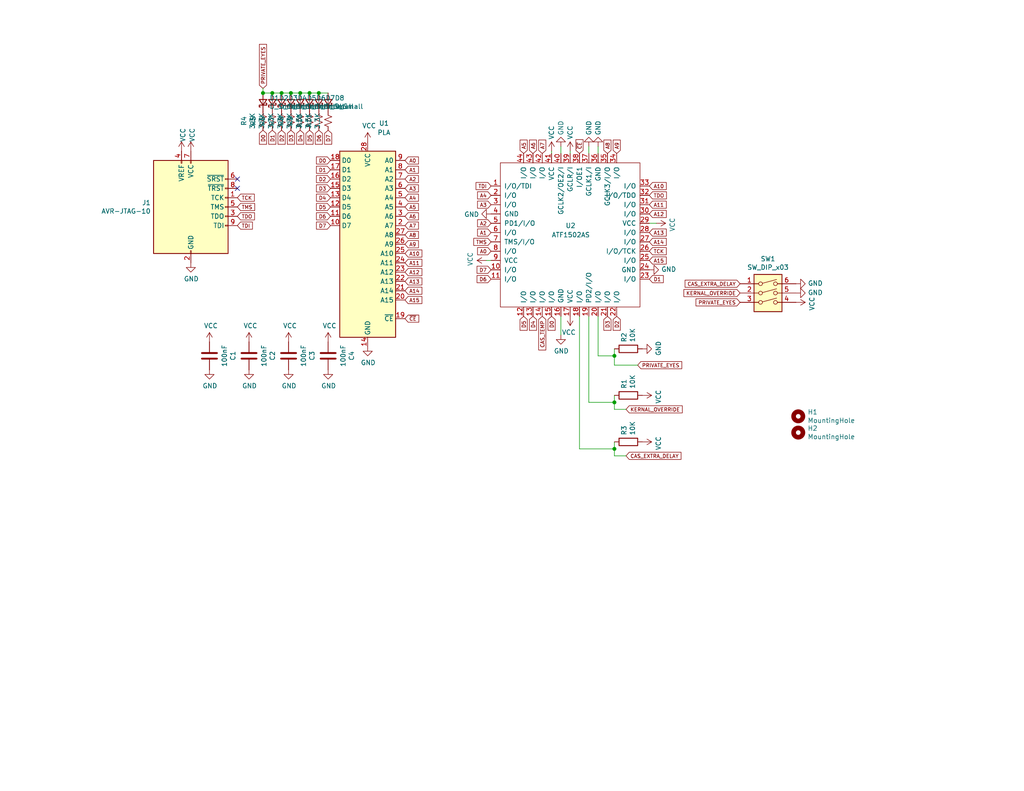
<source format=kicad_sch>
(kicad_sch (version 20230121) (generator eeschema)
  (paper "USLetter")
  (lib_symbols
    (symbol "Connector:AVR-JTAG-10" (pin_names (offset 1.016))
      (property "Reference" "J" (at -8.89 13.97 0))
      (property "Value" "AVR-JTAG-10" (at 1.27 13.97 0))
      (symbol "AVR-JTAG-10_0_1"
        (rectangle (start -2.667 12.7) (end -2.413 11.938))
        (rectangle (start -0.127 -11.938) (end 0.127 -12.7))
        (rectangle (start -0.127 12.7) (end 0.127 11.938))
        (rectangle (start 10.16 -4.953) (end 9.398 -5.207))
        (rectangle (start 10.16 -2.413) (end 9.398 -2.667))
        (rectangle (start 10.16 0.127) (end 9.398 -0.127))
        (rectangle (start 10.16 2.667) (end 9.398 2.413))
        (rectangle (start 10.16 5.207) (end 9.398 4.953))
        (rectangle (start 10.16 7.747) (end 9.398 7.493))
        (rectangle (start 10.16 12.7) (end -10.16 -12.7) (stroke (width 0.254)) (fill (type background)))
      )
      (symbol "AVR-JTAG-10_1_1"
        (pin passive line (at 12.7 2.54 180) (length 2.54) (name "TCK") (number "1"))
        (pin passive line (at 0 -15.24 90) (length 2.54) hide (name "GND") (number "10"))
        (pin passive line (at 0 -15.24 90) (length 2.54) (name "GND") (number "2"))
        (pin passive line (at 12.7 -2.54 180) (length 2.54) (name "TDO") (number "3"))
        (pin passive line (at -2.54 15.24 270) (length 2.54) (name "VREF") (number "4"))
        (pin passive line (at 12.7 0 180) (length 2.54) (name "TMS") (number "5"))
        (pin passive line (at 12.7 7.62 180) (length 2.54) (name "~{SRST}") (number "6"))
        (pin passive line (at 0 15.24 270) (length 2.54) (name "VCC") (number "7"))
        (pin passive line (at 12.7 5.08 180) (length 2.54) (name "~{TRST}") (number "8"))
        (pin passive line (at 12.7 -5.08 180) (length 2.54) (name "TDI") (number "9"))
      )
    )
    (symbol "Device:C" (pin_numbers hide) (pin_names (offset 0.254))
      (property "Reference" "C" (at 0.635 2.54 0))
      (property "Value" "C" (at 0.635 -2.54 0))
      (symbol "C_0_1"
        (polyline (pts (xy -2.032 -0.762) (xy 2.032 -0.762)) (stroke (width 0.508)))
        (polyline (pts (xy -2.032 0.762) (xy 2.032 0.762)) (stroke (width 0.508)))
      )
      (symbol "C_1_1"
        (pin passive line (at 0 3.81 270) (length 2.794) (name "~") (number "1"))
        (pin passive line (at 0 -3.81 90) (length 2.794) (name "~") (number "2"))
      )
    )
    (symbol "Device:D_Schottky_Small" (pin_numbers hide) (pin_names (offset 0.254) hide)
      (property "Reference" "D" (at -1.27 2.032 0))
      (property "Value" "D_Schottky_Small" (at -7.112 -2.032 0))
      (symbol "D_Schottky_Small_0_1"
        (polyline (pts (xy -0.762 0) (xy 0.762 0)))
        (polyline (pts (xy 0.762 -1.016) (xy -0.762 0) (xy 0.762 1.016) (xy 0.762 -1.016)) (stroke (width 0.254)))
        (polyline (pts (xy -1.27 0.762) (xy -1.27 1.016) (xy -0.762 1.016) (xy -0.762 -1.016) (xy -0.254 -1.016) (xy -0.254 -0.762)) (stroke (width 0.254)))
      )
      (symbol "D_Schottky_Small_1_1"
        (pin passive line (at -2.54 0 0) (length 1.778) (name "K") (number "1"))
        (pin passive line (at 2.54 0 180) (length 1.778) (name "A") (number "2"))
      )
    )
    (symbol "Device:R" (pin_numbers hide) (pin_names (offset 0))
      (property "Reference" "R" (at 2.032 0 90))
      (property "Value" "R" (at 0 0 90))
      (symbol "R_0_1"
        (rectangle (start -1.016 -2.54) (end 1.016 2.54) (stroke (width 0.254)))
      )
      (symbol "R_1_1"
        (pin passive line (at 0 3.81 270) (length 1.27) (name "~") (number "1"))
        (pin passive line (at 0 -3.81 90) (length 1.27) (name "~") (number "2"))
      )
    )
    (symbol "Device:R_Small_US" (pin_numbers hide) (pin_names (offset 0.254) hide)
      (property "Reference" "R" (at 0.762 0.508 0))
      (property "Value" "R_Small_US" (at 0.762 -1.016 0))
      (symbol "R_Small_US_1_1"
        (polyline (pts (xy 0 0) (xy 1.016 -0.381) (xy 0 -0.762) (xy -1.016 -1.143) (xy 0 -1.524)))
        (polyline (pts (xy 0 1.524) (xy 1.016 1.143) (xy 0 0.762) (xy -1.016 0.381) (xy 0 0)))
        (pin passive line (at 0 2.54 270) (length 1.016) (name "~") (number "1"))
        (pin passive line (at 0 -2.54 90) (length 1.016) (name "~") (number "2"))
      )
    )
    (symbol "Mechanical:MountingHole" (pin_names (offset 1.016))
      (property "Reference" "H" (at 0 5.08 0))
      (property "Value" "MountingHole" (at 0 3.175 0))
      (symbol "MountingHole_0_1"
        (circle (center 0 0) (radius 1.27) (stroke (width 1.27)))
      )
    )
    (symbol "Switch:SW_DIP_x03" (pin_names (offset 0) hide)
      (property "Reference" "SW" (at 0 8.89 0))
      (property "Value" "SW_DIP_x03" (at 0 -3.81 0))
      (symbol "SW_DIP_x03_0_0"
        (circle (center -2.032 0) (radius 0.508))
        (circle (center -2.032 2.54) (radius 0.508))
        (circle (center -2.032 5.08) (radius 0.508))
        (polyline (pts (xy -1.524 0.127) (xy 2.3622 1.1684)))
        (polyline (pts (xy -1.524 2.667) (xy 2.3622 3.7084)))
        (polyline (pts (xy -1.524 5.207) (xy 2.3622 6.2484)))
        (circle (center 2.032 0) (radius 0.508))
        (circle (center 2.032 2.54) (radius 0.508))
        (circle (center 2.032 5.08) (radius 0.508))
      )
      (symbol "SW_DIP_x03_0_1"
        (rectangle (start -3.81 7.62) (end 3.81 -2.54) (stroke (width 0.254)) (fill (type background)))
      )
      (symbol "SW_DIP_x03_1_1"
        (pin passive line (at -7.62 5.08 0) (length 5.08) (name "~") (number "1"))
        (pin passive line (at -7.62 2.54 0) (length 5.08) (name "~") (number "2"))
        (pin passive line (at -7.62 0 0) (length 5.08) (name "~") (number "3"))
        (pin passive line (at 7.62 0 180) (length 5.08) (name "~") (number "4"))
        (pin passive line (at 7.62 2.54 180) (length 5.08) (name "~") (number "5"))
        (pin passive line (at 7.62 5.08 180) (length 5.08) (name "~") (number "6"))
      )
    )
    (symbol "power:GND" (power) (pin_names (offset 0))
      (property "Value" "GND" (at 0 -3.81 0))
      (symbol "GND_0_1"
        (polyline (pts (xy 0 0) (xy 0 -1.27) (xy 1.27 -1.27) (xy 0 -2.54) (xy -1.27 -1.27) (xy 0 -1.27)))
      )
      (symbol "GND_1_1"
        (pin power_in line (at 0 0 270) (length 0) hide (name "GND") (number "1"))
      )
    )
    (symbol "power:VCC" (power) (pin_names (offset 0))
      (property "Value" "VCC" (at 0 3.81 0))
      (symbol "VCC_0_1"
        (polyline (pts (xy -0.762 1.27) (xy 0 2.54)))
        (polyline (pts (xy 0 0) (xy 0 2.54)))
        (polyline (pts (xy 0 2.54) (xy 0.762 1.27)))
      )
      (symbol "VCC_1_1"
        (pin power_in line (at 0 0 90) (length 0) hide (name "VCC") (number "1"))
      )
    )
    (symbol "symbols:ATF1502AS" (pin_names (offset 1.016))
      (property "Reference" "U" (at 19.05 17.78 0))
      (property "Value" "ATF1502AS" (at 19.05 15.24 0))
      (symbol "ATF1502AS_0_1"
        (rectangle (start 0 0) (end 38.1 -39.37))
      )
      (symbol "ATF1502AS_1_1"
        (pin bidirectional line (at -2.54 -6.35 0) (length 2.54) (name "I/O/TDI") (number "1"))
        (pin bidirectional line (at -2.54 -29.21 0) (length 2.54) (name "I/O") (number "10"))
        (pin bidirectional line (at -2.54 -31.75 0) (length 2.54) (name "I/O") (number "11"))
        (pin bidirectional line (at 6.35 -41.91 90) (length 2.54) (name "I/O") (number "12"))
        (pin bidirectional line (at 8.89 -41.91 90) (length 2.54) (name "I/O") (number "13"))
        (pin bidirectional line (at 11.43 -41.91 90) (length 2.54) (name "I/O") (number "14"))
        (pin bidirectional line (at 13.97 -41.91 90) (length 2.54) (name "I/O") (number "15"))
        (pin passive line (at 16.51 -41.91 90) (length 2.54) (name "GND") (number "16"))
        (pin passive line (at 19.05 -41.91 90) (length 2.54) (name "VCC") (number "17"))
        (pin bidirectional line (at 21.59 -41.91 90) (length 2.54) (name "I/O") (number "18"))
        (pin bidirectional line (at 24.13 -41.91 90) (length 2.54) (name "PD2/I/O") (number "19"))
        (pin bidirectional line (at -2.54 -8.89 0) (length 2.54) (name "I/O") (number "2"))
        (pin bidirectional line (at 26.67 -41.91 90) (length 2.54) (name "I/O") (number "20"))
        (pin bidirectional line (at 29.21 -41.91 90) (length 2.54) (name "I/O") (number "21"))
        (pin bidirectional line (at 31.75 -41.91 90) (length 2.54) (name "I/O") (number "22"))
        (pin bidirectional line (at 40.64 -31.75 180) (length 2.54) (name "I/O") (number "23"))
        (pin passive line (at 40.64 -29.21 180) (length 2.54) (name "GND") (number "24"))
        (pin bidirectional line (at 40.64 -26.67 180) (length 2.54) (name "I/O") (number "25"))
        (pin bidirectional line (at 40.64 -24.13 180) (length 2.54) (name "I/O/TCK") (number "26"))
        (pin bidirectional line (at 40.64 -21.59 180) (length 2.54) (name "I/O") (number "27"))
        (pin bidirectional line (at 40.64 -19.05 180) (length 2.54) (name "I/O") (number "28"))
        (pin passive line (at 40.64 -16.51 180) (length 2.54) (name "VCC") (number "29"))
        (pin bidirectional line (at -2.54 -11.43 0) (length 2.54) (name "I/O") (number "3"))
        (pin bidirectional line (at 40.64 -13.97 180) (length 2.54) (name "I/O") (number "30"))
        (pin bidirectional line (at 40.64 -11.43 180) (length 2.54) (name "I/O") (number "31"))
        (pin bidirectional line (at 40.64 -8.89 180) (length 2.54) (name "I/O/TDO") (number "32"))
        (pin bidirectional line (at 40.64 -6.35 180) (length 2.54) (name "I/O") (number "33"))
        (pin bidirectional line (at 31.75 2.54 270) (length 2.54) (name "I/O") (number "34"))
        (pin bidirectional line (at 29.21 2.54 270) (length 2.54) (name "GCLK3/I/O") (number "35"))
        (pin passive line (at 26.67 2.54 270) (length 2.54) (name "GND") (number "36"))
        (pin input line (at 24.13 2.54 270) (length 2.54) (name "GCLK1/I") (number "37"))
        (pin input line (at 21.59 2.54 270) (length 2.54) (name "I/OE1") (number "38"))
        (pin input line (at 19.05 2.54 270) (length 2.54) (name "GCLR/I") (number "39"))
        (pin passive line (at -2.54 -13.97 0) (length 2.54) (name "GND") (number "4"))
        (pin input line (at 16.51 2.54 270) (length 2.54) (name "GCLK2/OE2/I") (number "40"))
        (pin passive line (at 13.97 2.54 270) (length 2.54) (name "VCC") (number "41"))
        (pin bidirectional line (at 11.43 2.54 270) (length 2.54) (name "I/O") (number "42"))
        (pin bidirectional line (at 8.89 2.54 270) (length 2.54) (name "I/O") (number "43"))
        (pin bidirectional line (at 6.35 2.54 270) (length 2.54) (name "I/O") (number "44"))
        (pin bidirectional line (at -2.54 -16.51 0) (length 2.54) (name "PD1/I/O") (number "5"))
        (pin bidirectional line (at -2.54 -19.05 0) (length 2.54) (name "I/O") (number "6"))
        (pin bidirectional line (at -2.54 -21.59 0) (length 2.54) (name "TMS/I/O") (number "7"))
        (pin bidirectional line (at -2.54 -24.13 0) (length 2.54) (name "I/O") (number "8"))
        (pin passive line (at -2.54 -26.67 0) (length 2.54) (name "VCC") (number "9"))
      )
    )
    (symbol "symbols:PLA"
      (property "Reference" "U" (at -7.62 26.67 0))
      (property "Value" "PLA" (at 2.54 -26.67 0))
      (symbol "PLA_1_1"
        (rectangle (start -7.62 25.4) (end 7.62 -25.4) (stroke (width 0.254)) (fill (type background)))
        (pin tri_state line (at 10.16 5.08 180) (length 2.54) (name "D7") (number "10"))
        (pin tri_state line (at 10.16 7.62 180) (length 2.54) (name "D6") (number "11"))
        (pin tri_state line (at 10.16 10.16 180) (length 2.54) (name "D5") (number "12"))
        (pin tri_state line (at 10.16 12.7 180) (length 2.54) (name "D4") (number "13"))
        (pin power_in line (at 0 -27.94 90) (length 2.54) (name "GND") (number "14"))
        (pin tri_state line (at 10.16 15.24 180) (length 2.54) (name "D3") (number "15"))
        (pin tri_state line (at 10.16 17.78 180) (length 2.54) (name "D2") (number "16"))
        (pin tri_state line (at 10.16 20.32 180) (length 2.54) (name "D1") (number "17"))
        (pin tri_state line (at 10.16 22.86 180) (length 2.54) (name "D0") (number "18"))
        (pin input line (at -10.16 -20.32 0) (length 2.54) (name "~{CE}") (number "19"))
        (pin input line (at -10.16 5.08 0) (length 2.54) (name "A7") (number "2"))
        (pin input line (at -10.16 -15.24 0) (length 2.54) (name "A15") (number "20"))
        (pin input line (at -10.16 -12.7 0) (length 2.54) (name "A14") (number "21"))
        (pin input line (at -10.16 -10.16 0) (length 2.54) (name "A13") (number "22"))
        (pin input line (at -10.16 -7.62 0) (length 2.54) (name "A12") (number "23"))
        (pin input line (at -10.16 -5.08 0) (length 2.54) (name "A11") (number "24"))
        (pin input line (at -10.16 -2.54 0) (length 2.54) (name "A10") (number "25"))
        (pin input line (at -10.16 0 0) (length 2.54) (name "A9") (number "26"))
        (pin input line (at -10.16 2.54 0) (length 2.54) (name "A8") (number "27"))
        (pin power_in line (at 0 27.94 270) (length 2.54) (name "VCC") (number "28"))
        (pin input line (at -10.16 7.62 0) (length 2.54) (name "A6") (number "3"))
        (pin input line (at -10.16 10.16 0) (length 2.54) (name "A5") (number "4"))
        (pin input line (at -10.16 12.7 0) (length 2.54) (name "A4") (number "5"))
        (pin input line (at -10.16 15.24 0) (length 2.54) (name "A3") (number "6"))
        (pin input line (at -10.16 17.78 0) (length 2.54) (name "A2") (number "7"))
        (pin input line (at -10.16 20.32 0) (length 2.54) (name "A1") (number "8"))
        (pin input line (at -10.16 22.86 0) (length 2.54) (name "A0") (number "9"))
      )
    )
  )
  (junction (at 167.64 109.855))
  (junction (at 81.915 25.4))
  (junction (at 76.835 25.4))
  (junction (at 74.295 25.4))
  (junction (at 79.375 25.4))
  (junction (at 167.64 122.555))
  (junction (at 84.455 25.4))
  (junction (at 71.755 25.4))
  (junction (at 167.64 97.155))
  (junction (at 86.995 25.4))
  (no_connect (at 64.77 48.895))
  (no_connect (at 64.77 51.435))
  (wire (pts (xy 163.195 40.005) (xy 163.195 41.91)))
  (wire (pts (xy 167.64 111.76) (xy 170.815 111.76)))
  (wire (pts (xy 163.195 86.36) (xy 163.195 97.155)))
  (wire (pts (xy 167.64 109.855) (xy 167.64 107.95)))
  (wire (pts (xy 84.455 25.4) (xy 81.915 25.4)))
  (wire (pts (xy 177.165 60.96) (xy 179.07 60.96)))
  (wire (pts (xy 74.295 25.4) (xy 71.755 25.4)))
  (wire (pts (xy 153.035 86.36) (xy 153.035 91.44)))
  (wire (pts (xy 158.115 86.36) (xy 158.115 122.555)))
  (wire (pts (xy 160.655 40.005) (xy 160.655 41.91)))
  (wire (pts (xy 89.535 25.4) (xy 86.995 25.4)))
  (wire (pts (xy 167.64 97.155) (xy 163.195 97.155)))
  (wire (pts (xy 153.035 40.005) (xy 153.035 41.91)))
  (wire (pts (xy 167.64 99.695) (xy 173.99 99.695)))
  (wire (pts (xy 81.915 25.4) (xy 79.375 25.4)))
  (wire (pts (xy 71.755 24.13) (xy 71.755 25.4)))
  (wire (pts (xy 167.64 124.46) (xy 170.815 124.46)))
  (wire (pts (xy 150.495 41.275) (xy 150.495 41.91)))
  (wire (pts (xy 160.655 86.36) (xy 160.655 109.855)))
  (wire (pts (xy 167.64 124.46) (xy 167.64 122.555)))
  (wire (pts (xy 86.995 25.4) (xy 84.455 25.4)))
  (wire (pts (xy 167.64 95.25) (xy 167.64 97.155)))
  (wire (pts (xy 167.64 122.555) (xy 167.64 120.65)))
  (wire (pts (xy 158.115 122.555) (xy 167.64 122.555)))
  (wire (pts (xy 132.715 71.12) (xy 133.985 71.12)))
  (wire (pts (xy 76.835 25.4) (xy 74.295 25.4)))
  (wire (pts (xy 79.375 25.4) (xy 76.835 25.4)))
  (wire (pts (xy 155.575 41.275) (xy 155.575 41.91)))
  (wire (pts (xy 167.64 111.76) (xy 167.64 109.855)))
  (wire (pts (xy 167.64 109.855) (xy 160.655 109.855)))
  (wire (pts (xy 167.64 97.155) (xy 167.64 99.695)))
  (global_label "A12" (shape input) (at 110.49 74.295 0) (effects (font (size 0.9906 0.9906))) (property "Intersheetrefs" "${INTERSHEET_REFS}" (effects hide)))
  (global_label "D5" (shape input) (at 84.455 35.56 270) (effects (font (size 0.9906 0.9906))) (property "Intersheetrefs" "${INTERSHEET_REFS}" (effects hide)))
  (global_label "D4" (shape input) (at 145.415 86.36 270) (effects (font (size 0.9906 0.9906))) (property "Intersheetrefs" "${INTERSHEET_REFS}" (effects hide)))
  (global_label "A11" (shape input) (at 110.49 71.755 0) (effects (font (size 0.9906 0.9906))) (property "Intersheetrefs" "${INTERSHEET_REFS}" (effects hide)))
  (global_label "D7" (shape input) (at 89.535 35.56 270) (effects (font (size 0.9906 0.9906))) (property "Intersheetrefs" "${INTERSHEET_REFS}" (effects hide)))
  (global_label "A0" (shape input) (at 110.49 43.815 0) (effects (font (size 0.9906 0.9906))) (property "Intersheetrefs" "${INTERSHEET_REFS}" (effects hide)))
  (global_label "A9" (shape input) (at 168.275 41.91 90) (effects (font (size 0.9906 0.9906))) (property "Intersheetrefs" "${INTERSHEET_REFS}" (effects hide)))
  (global_label "TMS" (shape input) (at 133.985 66.04 180) (effects (font (size 0.9906 0.9906))) (property "Intersheetrefs" "${INTERSHEET_REFS}" (effects hide)))
  (global_label "A11" (shape input) (at 177.165 55.88 0) (effects (font (size 0.9906 0.9906))) (property "Intersheetrefs" "${INTERSHEET_REFS}" (effects hide)))
  (global_label "A2" (shape input) (at 110.49 48.895 0) (effects (font (size 0.9906 0.9906))) (property "Intersheetrefs" "${INTERSHEET_REFS}" (effects hide)))
  (global_label "D7" (shape input) (at 133.985 73.66 180) (effects (font (size 0.9906 0.9906))) (property "Intersheetrefs" "${INTERSHEET_REFS}" (effects hide)))
  (global_label "A9" (shape input) (at 110.49 66.675 0) (effects (font (size 0.9906 0.9906))) (property "Intersheetrefs" "${INTERSHEET_REFS}" (effects hide)))
  (global_label "D6" (shape input) (at 133.985 76.2 180) (effects (font (size 0.9906 0.9906))) (property "Intersheetrefs" "${INTERSHEET_REFS}" (effects hide)))
  (global_label "A4" (shape input) (at 133.985 53.34 180) (effects (font (size 0.9906 0.9906))) (property "Intersheetrefs" "${INTERSHEET_REFS}" (effects hide)))
  (global_label "D5" (shape input) (at 90.17 56.515 180) (effects (font (size 0.9906 0.9906))) (property "Intersheetrefs" "${INTERSHEET_REFS}" (effects hide)))
  (global_label "A10" (shape input) (at 177.165 50.8 0) (effects (font (size 0.9906 0.9906))) (property "Intersheetrefs" "${INTERSHEET_REFS}" (effects hide)))
  (global_label "A6" (shape input) (at 110.49 59.055 0) (effects (font (size 0.9906 0.9906))) (property "Intersheetrefs" "${INTERSHEET_REFS}" (effects hide)))
  (global_label "D3" (shape input) (at 165.735 86.36 270) (effects (font (size 0.9906 0.9906))) (property "Intersheetrefs" "${INTERSHEET_REFS}" (effects hide)))
  (global_label "A13" (shape input) (at 177.165 63.5 0) (effects (font (size 0.9906 0.9906))) (property "Intersheetrefs" "${INTERSHEET_REFS}" (effects hide)))
  (global_label "A3" (shape input) (at 110.49 51.435 0) (effects (font (size 0.9906 0.9906))) (property "Intersheetrefs" "${INTERSHEET_REFS}" (effects hide)))
  (global_label "A6" (shape input) (at 145.415 41.91 90) (effects (font (size 0.9906 0.9906))) (property "Intersheetrefs" "${INTERSHEET_REFS}" (effects hide)))
  (global_label "D2" (shape input) (at 90.17 48.895 180) (effects (font (size 0.9906 0.9906))) (property "Intersheetrefs" "${INTERSHEET_REFS}" (effects hide)))
  (global_label "CAS_TEMP" (shape input) (at 147.955 86.36 270) (effects (font (size 0.9906 0.9906))) (property "Intersheetrefs" "${INTERSHEET_REFS}" (effects hide)))
  (global_label "D3" (shape input) (at 90.17 51.435 180) (effects (font (size 0.9906 0.9906))) (property "Intersheetrefs" "${INTERSHEET_REFS}" (effects hide)))
  (global_label "D2" (shape input) (at 168.275 86.36 270) (effects (font (size 0.9906 0.9906))) (property "Intersheetrefs" "${INTERSHEET_REFS}" (effects hide)))
  (global_label "D6" (shape input) (at 86.995 35.56 270) (effects (font (size 0.9906 0.9906))) (property "Intersheetrefs" "${INTERSHEET_REFS}" (effects hide)))
  (global_label "A7" (shape input) (at 147.955 41.91 90) (effects (font (size 0.9906 0.9906))) (property "Intersheetrefs" "${INTERSHEET_REFS}" (effects hide)))
  (global_label "A2" (shape input) (at 133.985 60.96 180) (effects (font (size 0.9906 0.9906))) (property "Intersheetrefs" "${INTERSHEET_REFS}" (effects hide)))
  (global_label "A5" (shape input) (at 110.49 56.515 0) (effects (font (size 0.9906 0.9906))) (property "Intersheetrefs" "${INTERSHEET_REFS}" (effects hide)))
  (global_label "A15" (shape input) (at 177.165 71.12 0) (effects (font (size 0.9906 0.9906))) (property "Intersheetrefs" "${INTERSHEET_REFS}" (effects hide)))
  (global_label "CAS_EXTRA_DELAY" (shape input) (at 170.815 124.46 0) (effects (font (size 0.9906 0.9906))) (property "Intersheetrefs" "${INTERSHEET_REFS}" (effects hide)))
  (global_label "D7" (shape input) (at 90.17 61.595 180) (effects (font (size 0.9906 0.9906))) (property "Intersheetrefs" "${INTERSHEET_REFS}" (effects hide)))
  (global_label "D5" (shape input) (at 142.875 86.36 270) (effects (font (size 0.9906 0.9906))) (property "Intersheetrefs" "${INTERSHEET_REFS}" (effects hide)))
  (global_label "D1" (shape input) (at 177.165 76.2 0) (effects (font (size 0.9906 0.9906))) (property "Intersheetrefs" "${INTERSHEET_REFS}" (effects hide)))
  (global_label "A14" (shape input) (at 110.49 79.375 0) (effects (font (size 0.9906 0.9906))) (property "Intersheetrefs" "${INTERSHEET_REFS}" (effects hide)))
  (global_label "TMS" (shape input) (at 64.77 56.515 0) (effects (font (size 0.9906 0.9906))) (property "Intersheetrefs" "${INTERSHEET_REFS}" (effects hide)))
  (global_label "TDO" (shape input) (at 64.77 59.055 0) (effects (font (size 0.9906 0.9906))) (property "Intersheetrefs" "${INTERSHEET_REFS}" (effects hide)))
  (global_label "A7" (shape input) (at 110.49 61.595 0) (effects (font (size 0.9906 0.9906))) (property "Intersheetrefs" "${INTERSHEET_REFS}" (effects hide)))
  (global_label "D0" (shape input) (at 71.755 35.56 270) (effects (font (size 0.9906 0.9906))) (property "Intersheetrefs" "${INTERSHEET_REFS}" (effects hide)))
  (global_label "A8" (shape input) (at 110.49 64.135 0) (effects (font (size 0.9906 0.9906))) (property "Intersheetrefs" "${INTERSHEET_REFS}" (effects hide)))
  (global_label "D1" (shape input) (at 90.17 46.355 180) (effects (font (size 0.9906 0.9906))) (property "Intersheetrefs" "${INTERSHEET_REFS}" (effects hide)))
  (global_label "D4" (shape input) (at 90.17 53.975 180) (effects (font (size 0.9906 0.9906))) (property "Intersheetrefs" "${INTERSHEET_REFS}" (effects hide)))
  (global_label "PRIVATE_EYES" (shape input) (at 173.99 99.695 0) (effects (font (size 0.9906 0.9906))) (property "Intersheetrefs" "${INTERSHEET_REFS}" (effects hide)))
  (global_label "A15" (shape input) (at 110.49 81.915 0) (effects (font (size 0.9906 0.9906))) (property "Intersheetrefs" "${INTERSHEET_REFS}" (effects hide)))
  (global_label "TDI" (shape input) (at 133.985 50.8 180) (effects (font (size 0.9906 0.9906))) (property "Intersheetrefs" "${INTERSHEET_REFS}" (effects hide)))
  (global_label "D0" (shape input) (at 150.495 86.36 270) (effects (font (size 0.9906 0.9906))) (property "Intersheetrefs" "${INTERSHEET_REFS}" (effects hide)))
  (global_label "TCK" (shape input) (at 64.77 53.975 0) (effects (font (size 0.9906 0.9906))) (property "Intersheetrefs" "${INTERSHEET_REFS}" (effects hide)))
  (global_label "D3" (shape input) (at 79.375 35.56 270) (effects (font (size 0.9906 0.9906))) (property "Intersheetrefs" "${INTERSHEET_REFS}" (effects hide)))
  (global_label "~{CE}" (shape input) (at 110.49 86.995 0) (effects (font (size 0.9906 0.9906))) (property "Intersheetrefs" "${INTERSHEET_REFS}" (effects hide)))
  (global_label "A1" (shape input) (at 133.985 63.5 180) (effects (font (size 0.9906 0.9906))) (property "Intersheetrefs" "${INTERSHEET_REFS}" (effects hide)))
  (global_label "A14" (shape input) (at 177.165 66.04 0) (effects (font (size 0.9906 0.9906))) (property "Intersheetrefs" "${INTERSHEET_REFS}" (effects hide)))
  (global_label "A13" (shape input) (at 110.49 76.835 0) (effects (font (size 0.9906 0.9906))) (property "Intersheetrefs" "${INTERSHEET_REFS}" (effects hide)))
  (global_label "A0" (shape input) (at 133.985 68.58 180) (effects (font (size 0.9906 0.9906))) (property "Intersheetrefs" "${INTERSHEET_REFS}" (effects hide)))
  (global_label "PRIVATE_EYES" (shape input) (at 71.755 24.13 90) (effects (font (size 0.9906 0.9906))) (property "Intersheetrefs" "${INTERSHEET_REFS}" (effects hide)))
  (global_label "PRIVATE_EYES" (shape input) (at 201.93 82.55 180) (effects (font (size 0.9906 0.9906))) (property "Intersheetrefs" "${INTERSHEET_REFS}" (effects hide)))
  (global_label "TDI" (shape input) (at 64.77 61.595 0) (effects (font (size 0.9906 0.9906))) (property "Intersheetrefs" "${INTERSHEET_REFS}" (effects hide)))
  (global_label "KERNAL_OVERRIDE" (shape input) (at 170.815 111.76 0) (effects (font (size 0.9906 0.9906))) (property "Intersheetrefs" "${INTERSHEET_REFS}" (effects hide)))
  (global_label "KERNAL_OVERRIDE" (shape input) (at 201.93 80.01 180) (effects (font (size 0.9906 0.9906))) (property "Intersheetrefs" "${INTERSHEET_REFS}" (effects hide)))
  (global_label "D2" (shape input) (at 76.835 35.56 270) (effects (font (size 0.9906 0.9906))) (property "Intersheetrefs" "${INTERSHEET_REFS}" (effects hide)))
  (global_label "A4" (shape input) (at 110.49 53.975 0) (effects (font (size 0.9906 0.9906))) (property "Intersheetrefs" "${INTERSHEET_REFS}" (effects hide)))
  (global_label "A10" (shape input) (at 110.49 69.215 0) (effects (font (size 0.9906 0.9906))) (property "Intersheetrefs" "${INTERSHEET_REFS}" (effects hide)))
  (global_label "D0" (shape input) (at 90.17 43.815 180) (effects (font (size 0.9906 0.9906))) (property "Intersheetrefs" "${INTERSHEET_REFS}" (effects hide)))
  (global_label "D6" (shape input) (at 90.17 59.055 180) (effects (font (size 0.9906 0.9906))) (property "Intersheetrefs" "${INTERSHEET_REFS}" (effects hide)))
  (global_label "A12" (shape input) (at 177.165 58.42 0) (effects (font (size 0.9906 0.9906))) (property "Intersheetrefs" "${INTERSHEET_REFS}" (effects hide)))
  (global_label "A3" (shape input) (at 133.985 55.88 180) (effects (font (size 0.9906 0.9906))) (property "Intersheetrefs" "${INTERSHEET_REFS}" (effects hide)))
  (global_label "~{CE}" (shape input) (at 158.115 41.91 90) (effects (font (size 0.9906 0.9906))) (property "Intersheetrefs" "${INTERSHEET_REFS}" (effects hide)))
  (global_label "TCK" (shape input) (at 177.165 68.58 0) (effects (font (size 0.9906 0.9906))) (property "Intersheetrefs" "${INTERSHEET_REFS}" (effects hide)))
  (global_label "CAS_EXTRA_DELAY" (shape input) (at 201.93 77.47 180) (effects (font (size 0.9906 0.9906))) (property "Intersheetrefs" "${INTERSHEET_REFS}" (effects hide)))
  (global_label "A8" (shape input) (at 165.735 41.91 90) (effects (font (size 0.9906 0.9906))) (property "Intersheetrefs" "${INTERSHEET_REFS}" (effects hide)))
  (global_label "A1" (shape input) (at 110.49 46.355 0) (effects (font (size 0.9906 0.9906))) (property "Intersheetrefs" "${INTERSHEET_REFS}" (effects hide)))
  (global_label "TDO" (shape input) (at 177.165 53.34 0) (effects (font (size 0.9906 0.9906))) (property "Intersheetrefs" "${INTERSHEET_REFS}" (effects hide)))
  (global_label "D1" (shape input) (at 74.295 35.56 270) (effects (font (size 0.9906 0.9906))) (property "Intersheetrefs" "${INTERSHEET_REFS}" (effects hide)))
  (global_label "D4" (shape input) (at 81.915 35.56 270) (effects (font (size 0.9906 0.9906))) (property "Intersheetrefs" "${INTERSHEET_REFS}" (effects hide)))
  (global_label "A5" (shape input) (at 142.875 41.91 90) (effects (font (size 0.9906 0.9906))) (property "Intersheetrefs" "${INTERSHEET_REFS}" (effects hide)))
  (symbol (lib_id "symbols:PLA") (at 100.33 66.675 0) (mirror y) (unit 1)
    (property "Reference" "U1" (at 104.775 33.655 0))
    (property "Value" "PLA" (at 104.775 36.195 0))
    (property "Footprint" "Package_DIP:DIP-28_W15.24mm" (effects hide))
    (property "Datasheet" "http://ww1.microchip.com/downloads/en/DeviceDoc/doc0015.pdf" (effects hide))
  )
  (symbol (lib_id "symbols:ATF1502AS") (at 136.525 44.45 0) (unit 1)
    (property "Reference" "U2" (at 154.305 61.595 0) (effects (justify left)))
    (property "Value" "ATF1502AS" (at 150.495 64.135 0) (effects (justify left)))
    (property "Footprint" "Package_QFP:TQFP-44_10x10mm_P0.8mm" (effects hide))
  )
  (symbol (lib_id "Connector:AVR-JTAG-10") (at 52.07 56.515 0) (unit 1)
    (property "Reference" "J1" (at 41.148 55.3466 0) (effects (justify right)))
    (property "Value" "AVR-JTAG-10" (at 41.148 57.658 0) (effects (justify right)))
    (property "Footprint" "Connector_PinHeader_2.54mm:PinHeader_2x05_P2.54mm_Vertical" (effects hide))
    (property "Datasheet" " ~" (effects hide))
  )
  (symbol (lib_id "Device:C") (at 57.15 97.155 180) (unit 1)
    (property "Reference" "C1" (at 63.5508 97.155 90))
    (property "Value" "100nF" (at 61.2394 97.155 90))
    (property "Footprint" "Capacitor_SMD:C_0402_1005Metric" (effects hide))
    (property "LCSC" "C1525" (effects hide))
  )
  (symbol (lib_id "Device:C") (at 67.945 97.155 180) (unit 1)
    (property "Reference" "C2" (at 74.3458 97.155 90))
    (property "Value" "100nF" (at 72.0344 97.155 90))
    (property "Footprint" "Capacitor_SMD:C_0402_1005Metric" (effects hide))
    (property "LCSC" "C1525" (effects hide))
  )
  (symbol (lib_id "Device:C") (at 78.74 97.155 180) (unit 1)
    (property "Reference" "C3" (at 85.1408 97.155 90))
    (property "Value" "100nF" (at 82.8294 97.155 90))
    (property "Footprint" "Capacitor_SMD:C_0402_1005Metric" (effects hide))
    (property "LCSC" "C1525" (effects hide))
  )
  (symbol (lib_id "Device:C") (at 89.535 97.155 180) (unit 1)
    (property "Reference" "C4" (at 95.9358 97.155 90))
    (property "Value" "100nF" (at 93.6244 97.155 90))
    (property "Footprint" "Capacitor_SMD:C_0402_1005Metric" (effects hide))
    (property "LCSC" "C1525" (effects hide))
  )
  (symbol (lib_id "Device:R") (at 171.45 107.95 90) (unit 1)
    (property "Reference" "R1" (at 170.2816 106.172 0) (effects (justify left)))
    (property "Value" "10K" (at 172.593 106.172 0) (effects (justify left)))
    (property "Footprint" "Resistor_SMD:R_0402_1005Metric" (effects hide))
    (property "LCSC" "C25744" (effects hide))
  )
  (symbol (lib_id "Switch:SW_DIP_x03") (at 209.55 82.55 0) (unit 1)
    (property "Reference" "SW1" (at 209.55 70.6882 0))
    (property "Value" "SW_DIP_x03" (at 209.55 72.9996 0))
    (property "Footprint" "Button_Switch_THT:SW_DIP_SPSTx03_Slide_6.7x9.18mm_W7.62mm_P2.54mm_LowProfile" (effects hide))
  )
  (symbol (lib_id "power:VCC") (at 100.33 38.735 0) (unit 1)
    (property "Reference" "#PWR0101" (effects hide))
    (property "Value" "VCC" (at 100.711 34.3408 0))
  )
  (symbol (lib_id "power:VCC") (at 49.53 41.275 0) (unit 1)
    (property "Reference" "#PWR0102" (effects hide))
    (property "Value" "VCC" (at 49.911 36.8808 90))
  )
  (symbol (lib_id "power:VCC") (at 57.15 93.345 0) (unit 1)
    (property "Reference" "#PWR0103" (effects hide))
    (property "Value" "VCC" (at 57.531 88.9508 0))
  )
  (symbol (lib_id "power:VCC") (at 67.945 93.345 0) (unit 1)
    (property "Reference" "#PWR0104" (effects hide))
    (property "Value" "VCC" (at 68.326 88.9508 0))
  )
  (symbol (lib_id "power:VCC") (at 89.535 93.345 0) (unit 1)
    (property "Reference" "#PWR0105" (effects hide))
    (property "Value" "VCC" (at 89.916 88.9508 0))
  )
  (symbol (lib_id "power:VCC") (at 78.74 93.345 0) (unit 1)
    (property "Reference" "#PWR0106" (effects hide))
    (property "Value" "VCC" (at 79.121 88.9508 0))
  )
  (symbol (lib_id "power:VCC") (at 132.715 71.12 90) (unit 1)
    (property "Reference" "#PWR0107" (effects hide))
    (property "Value" "VCC" (at 128.3208 70.739 0))
  )
  (symbol (lib_id "power:VCC") (at 155.575 86.36 180) (unit 1)
    (property "Reference" "#PWR0108" (effects hide))
    (property "Value" "VCC" (at 155.194 90.7542 0))
  )
  (symbol (lib_id "power:VCC") (at 179.07 60.96 270) (unit 1)
    (property "Reference" "#PWR0109" (effects hide))
    (property "Value" "VCC" (at 183.4642 61.341 0))
  )
  (symbol (lib_id "power:VCC") (at 150.495 41.275 0) (unit 1)
    (property "Reference" "#PWR0110" (effects hide))
    (property "Value" "VCC" (at 150.495 36.195 90))
  )
  (symbol (lib_id "power:VCC") (at 155.575 41.275 0) (unit 1)
    (property "Reference" "#PWR0111" (effects hide))
    (property "Value" "VCC" (at 155.575 36.195 90))
  )
  (symbol (lib_id "power:GND") (at 52.07 71.755 0) (unit 1)
    (property "Reference" "#PWR0112" (effects hide))
    (property "Value" "GND" (at 52.197 76.1492 0))
  )
  (symbol (lib_id "power:GND") (at 57.15 100.965 0) (unit 1)
    (property "Reference" "#PWR0113" (effects hide))
    (property "Value" "GND" (at 57.277 105.3592 0))
  )
  (symbol (lib_id "power:GND") (at 67.945 100.965 0) (unit 1)
    (property "Reference" "#PWR0114" (effects hide))
    (property "Value" "GND" (at 68.072 105.3592 0))
  )
  (symbol (lib_id "power:GND") (at 78.74 100.965 0) (unit 1)
    (property "Reference" "#PWR0115" (effects hide))
    (property "Value" "GND" (at 78.867 105.3592 0))
  )
  (symbol (lib_id "power:GND") (at 89.535 100.965 0) (unit 1)
    (property "Reference" "#PWR0116" (effects hide))
    (property "Value" "GND" (at 89.662 105.3592 0))
  )
  (symbol (lib_id "power:GND") (at 100.33 94.615 0) (unit 1)
    (property "Reference" "#PWR0117" (effects hide))
    (property "Value" "GND" (at 100.457 99.0092 0))
  )
  (symbol (lib_id "power:GND") (at 133.985 58.42 270) (unit 1)
    (property "Reference" "#PWR0118" (effects hide))
    (property "Value" "GND" (at 130.7338 58.547 90) (effects (justify right)))
  )
  (symbol (lib_id "power:GND") (at 153.035 91.44 0) (unit 1)
    (property "Reference" "#PWR0119" (effects hide))
    (property "Value" "GND" (at 153.162 95.8342 0))
  )
  (symbol (lib_id "power:GND") (at 177.165 73.66 90) (unit 1)
    (property "Reference" "#PWR0120" (effects hide))
    (property "Value" "GND" (at 180.4162 73.533 90) (effects (justify right)))
  )
  (symbol (lib_id "power:GND") (at 153.035 40.005 180) (unit 1)
    (property "Reference" "#PWR0121" (effects hide))
    (property "Value" "GND" (at 153.035 34.925 90))
  )
  (symbol (lib_id "power:GND") (at 160.655 40.005 180) (unit 1)
    (property "Reference" "#PWR0122" (effects hide))
    (property "Value" "GND" (at 160.655 34.925 90))
  )
  (symbol (lib_id "power:GND") (at 163.195 40.005 180) (unit 1)
    (property "Reference" "#PWR0123" (effects hide))
    (property "Value" "GND" (at 163.195 34.925 90))
  )
  (symbol (lib_id "power:GND") (at 217.17 80.01 90) (unit 1)
    (property "Reference" "#PWR0124" (effects hide))
    (property "Value" "GND" (at 220.4212 79.883 90) (effects (justify right)))
  )
  (symbol (lib_id "power:VCC") (at 175.26 107.95 270) (unit 1)
    (property "Reference" "#PWR0125" (effects hide))
    (property "Value" "VCC" (at 179.6542 108.331 0))
  )
  (symbol (lib_id "Device:R") (at 171.45 120.65 90) (unit 1)
    (property "Reference" "R3" (at 170.2816 118.872 0) (effects (justify left)))
    (property "Value" "10K" (at 172.593 118.872 0) (effects (justify left)))
    (property "Footprint" "Resistor_SMD:R_0402_1005Metric" (effects hide))
    (property "LCSC" "C25744" (effects hide))
  )
  (symbol (lib_id "power:VCC") (at 175.26 120.65 270) (unit 1)
    (property "Reference" "#PWR0128" (effects hide))
    (property "Value" "VCC" (at 179.6542 121.031 0))
  )
  (symbol (lib_id "power:GND") (at 217.17 77.47 90) (unit 1)
    (property "Reference" "#PWR0129" (effects hide))
    (property "Value" "GND" (at 220.4212 77.343 90) (effects (justify right)))
  )
  (symbol (lib_id "Device:R_Small_US") (at 89.535 33.02 0) (unit 1)
    (property "Reference" "R11" (at 84.328 33.02 90))
    (property "Value" "3.3K" (at 86.6394 33.02 90))
    (property "Footprint" "Resistor_SMD:R_0402_1005Metric" (effects hide))
    (property "LCSC" "C25890" (effects hide))
  )
  (symbol (lib_id "Device:R_Small_US") (at 86.995 33.02 0) (unit 1)
    (property "Reference" "R10" (at 81.788 33.02 90))
    (property "Value" "3.3K" (at 84.0994 33.02 90))
    (property "Footprint" "Resistor_SMD:R_0402_1005Metric" (effects hide))
    (property "LCSC" "C25890" (effects hide))
  )
  (symbol (lib_id "Device:R_Small_US") (at 84.455 33.02 0) (unit 1)
    (property "Reference" "R9" (at 79.248 33.02 90))
    (property "Value" "3.3K" (at 81.5594 33.02 90))
    (property "Footprint" "Resistor_SMD:R_0402_1005Metric" (effects hide))
    (property "LCSC" "C25890" (effects hide))
  )
  (symbol (lib_id "Device:R_Small_US") (at 81.915 33.02 0) (unit 1)
    (property "Reference" "R8" (at 76.708 33.02 90))
    (property "Value" "3.3K" (at 79.0194 33.02 90))
    (property "Footprint" "Resistor_SMD:R_0402_1005Metric" (effects hide))
    (property "LCSC" "C25890" (effects hide))
  )
  (symbol (lib_id "Device:R_Small_US") (at 79.375 33.02 0) (unit 1)
    (property "Reference" "R7" (at 74.168 33.02 90))
    (property "Value" "3.3K" (at 76.4794 33.02 90))
    (property "Footprint" "Resistor_SMD:R_0402_1005Metric" (effects hide))
    (property "LCSC" "C25890" (effects hide))
  )
  (symbol (lib_id "Device:R_Small_US") (at 76.835 33.02 0) (unit 1)
    (property "Reference" "R6" (at 71.628 33.02 90))
    (property "Value" "3.3K" (at 73.9394 33.02 90))
    (property "Footprint" "Resistor_SMD:R_0402_1005Metric" (effects hide))
    (property "LCSC" "C25890" (effects hide))
  )
  (symbol (lib_id "Device:R_Small_US") (at 74.295 33.02 0) (unit 1)
    (property "Reference" "R5" (at 69.088 33.02 90))
    (property "Value" "3.3K" (at 71.3994 33.02 90))
    (property "Footprint" "Resistor_SMD:R_0402_1005Metric" (effects hide))
    (property "LCSC" "C25890" (effects hide))
  )
  (symbol (lib_id "Device:R_Small_US") (at 71.755 33.02 0) (unit 1)
    (property "Reference" "R4" (at 66.548 33.02 90))
    (property "Value" "3.3K" (at 68.8594 33.02 90))
    (property "Footprint" "Resistor_SMD:R_0402_1005Metric" (effects hide))
    (property "LCSC" "C25890" (effects hide))
  )
  (symbol (lib_id "power:VCC") (at 217.17 82.55 270) (unit 1)
    (property "Reference" "#PWR0126" (effects hide))
    (property "Value" "VCC" (at 221.5642 82.931 0))
  )
  (symbol (lib_id "Device:R") (at 171.45 95.25 90) (unit 1)
    (property "Reference" "R2" (at 170.2816 93.472 0) (effects (justify left)))
    (property "Value" "10K" (at 172.593 93.472 0) (effects (justify left)))
    (property "Footprint" "Resistor_SMD:R_0402_1005Metric" (effects hide))
    (property "LCSC" "C25744" (effects hide))
  )
  (symbol (lib_id "power:GND") (at 175.26 95.25 90) (unit 1)
    (property "Reference" "#PWR0127" (effects hide))
    (property "Value" "GND" (at 179.6542 95.123 0))
  )
  (symbol (lib_id "Device:D_Schottky_Small") (at 71.755 27.94 90) (unit 1)
    (property "Reference" "D1" (at 73.533 26.7716 90) (effects (justify right)))
    (property "Value" "D_Small" (at 73.533 29.083 90) (effects (justify right)))
    (property "Footprint" "Diode_SMD:D_SOD-323" (effects hide))
    (property "LCSC" "C2128" (effects hide))
  )
  (symbol (lib_id "Device:D_Schottky_Small") (at 74.295 27.94 90) (unit 1)
    (property "Reference" "D2" (at 76.073 26.7716 90) (effects (justify right)))
    (property "Value" "D_Small" (at 76.073 29.083 90) (effects (justify right)))
    (property "Footprint" "Diode_SMD:D_SOD-323" (effects hide))
    (property "LCSC" "C2128" (effects hide))
  )
  (symbol (lib_id "Device:D_Schottky_Small") (at 76.835 27.94 90) (unit 1)
    (property "Reference" "D3" (at 78.613 26.7716 90) (effects (justify right)))
    (property "Value" "D_Small" (at 78.613 29.083 90) (effects (justify right)))
    (property "Footprint" "Diode_SMD:D_SOD-323" (effects hide))
    (property "LCSC" "C2128" (effects hide))
  )
  (symbol (lib_id "Device:D_Schottky_Small") (at 79.375 27.94 90) (unit 1)
    (property "Reference" "D4" (at 81.153 26.7716 90) (effects (justify right)))
    (property "Value" "D_Small" (at 81.153 29.083 90) (effects (justify right)))
    (property "Footprint" "Diode_SMD:D_SOD-323" (effects hide))
    (property "LCSC" "C2128" (effects hide))
  )
  (symbol (lib_id "Device:D_Schottky_Small") (at 81.915 27.94 90) (unit 1)
    (property "Reference" "D5" (at 83.693 26.7716 90) (effects (justify right)))
    (property "Value" "D_Small" (at 83.693 29.083 90) (effects (justify right)))
    (property "Footprint" "Diode_SMD:D_SOD-323" (effects hide))
    (property "LCSC" "C2128" (effects hide))
  )
  (symbol (lib_id "Device:D_Schottky_Small") (at 84.455 27.94 90) (unit 1)
    (property "Reference" "D6" (at 86.233 26.7716 90) (effects (justify right)))
    (property "Value" "D_Small" (at 86.233 29.083 90) (effects (justify right)))
    (property "Footprint" "Diode_SMD:D_SOD-323" (effects hide))
    (property "LCSC" "C2128" (effects hide))
  )
  (symbol (lib_id "Device:D_Schottky_Small") (at 86.995 27.94 90) (unit 1)
    (property "Reference" "D7" (at 88.773 26.7716 90) (effects (justify right)))
    (property "Value" "D_Small" (at 88.773 29.083 90) (effects (justify right)))
    (property "Footprint" "Diode_SMD:D_SOD-323" (effects hide))
    (property "LCSC" "C2128" (effects hide))
  )
  (symbol (lib_id "Device:D_Schottky_Small") (at 89.535 27.94 90) (unit 1)
    (property "Reference" "D8" (at 91.313 26.7716 90) (effects (justify right)))
    (property "Value" "D_Small" (at 91.313 29.083 90) (effects (justify right)))
    (property "Footprint" "Diode_SMD:D_SOD-323" (effects hide))
    (property "LCSC" "C2128" (effects hide))
  )
  (symbol (lib_id "Mechanical:MountingHole") (at 217.805 113.665 0) (unit 1)
    (property "Reference" "H1" (at 220.345 112.4966 0) (effects (justify left)))
    (property "Value" "MountingHole" (at 220.345 114.808 0) (effects (justify left)))
    (property "Footprint" "symbols:ToolingHole" (effects hide))
  )
  (symbol (lib_id "Mechanical:MountingHole") (at 217.805 118.11 0) (unit 1)
    (property "Reference" "H2" (at 220.345 116.9416 0) (effects (justify left)))
    (property "Value" "MountingHole" (at 220.345 119.253 0) (effects (justify left)))
    (property "Footprint" "symbols:ToolingHole" (effects hide))
  )
  (symbol (lib_id "power:VCC") (at 52.07 41.275 0) (unit 1)
    (property "Reference" "#PWR?" (effects hide))
    (property "Value" "VCC" (at 52.451 36.8808 90))
  )
)
</source>
